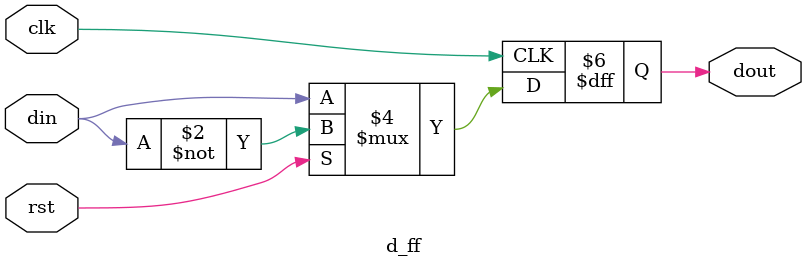
<source format=v>
module d_ff(din,clk,rst,dout);
input din,clk,rst;
output reg dout;

always@(posedge clk) begin
    if(rst) begin
        dout <= ~din;
    end
    else begin
        dout <= din;
    end
end
endmodule

</source>
